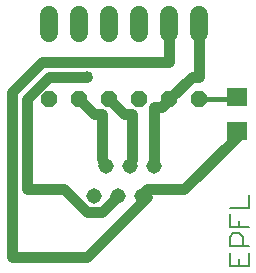
<source format=gtl>
G75*
G70*
%OFA0B0*%
%FSLAX24Y24*%
%IPPOS*%
%LPD*%
%AMOC8*
5,1,8,0,0,1.08239X$1,22.5*
%
%ADD10C,0.0060*%
%ADD11OC8,0.0520*%
%ADD12R,0.0710X0.0630*%
%ADD13C,0.0594*%
%ADD14C,0.0515*%
%ADD15C,0.0360*%
%ADD16C,0.0400*%
%ADD17C,0.0180*%
D10*
X008717Y001073D02*
X009358Y001073D01*
X009358Y001500D01*
X009358Y001717D02*
X008717Y001717D01*
X008717Y002038D01*
X008824Y002144D01*
X009037Y002144D01*
X009144Y002038D01*
X009144Y001717D01*
X009037Y001286D02*
X009037Y001073D01*
X008717Y001073D02*
X008717Y001500D01*
X008717Y002362D02*
X008717Y002789D01*
X008717Y003006D02*
X009358Y003006D01*
X009358Y003433D01*
X009037Y002575D02*
X009037Y002362D01*
X008717Y002362D02*
X009358Y002362D01*
D11*
X007688Y006621D03*
X006688Y006621D03*
X005688Y006621D03*
X004688Y006621D03*
X003688Y006621D03*
X002688Y006621D03*
D12*
X008938Y006681D03*
X008938Y005561D03*
D13*
X007688Y008824D02*
X007688Y009418D01*
X006688Y009418D02*
X006688Y008824D01*
X005688Y008824D02*
X005688Y009418D01*
X004688Y009418D02*
X004688Y008824D01*
X003688Y008824D02*
X003688Y009418D01*
X002688Y009418D02*
X002688Y008824D01*
D14*
X004581Y004401D03*
X005384Y004401D03*
X006188Y004401D03*
X005794Y003401D03*
X004991Y003401D03*
X004188Y003401D03*
D15*
X003938Y001371D02*
X001438Y001371D01*
X001438Y006871D01*
X002438Y007871D01*
X006688Y007871D01*
X006688Y009121D01*
X007688Y009121D02*
X007688Y007371D01*
X007438Y007371D01*
X006688Y006621D01*
X006438Y006371D01*
X006188Y006371D01*
X006188Y004401D01*
X005438Y004621D02*
X005384Y004401D01*
X005438Y004621D02*
X005438Y006121D01*
X005188Y006121D01*
X004688Y006621D01*
X004438Y006121D02*
X004188Y006121D01*
X003688Y006621D01*
X004438Y006121D02*
X004438Y004621D01*
X004581Y004401D01*
X004991Y003401D02*
X004938Y003371D01*
X004438Y002871D01*
X003938Y002871D01*
X003188Y003621D01*
X001938Y003621D01*
X001938Y006621D01*
X002688Y007371D01*
X003938Y007371D01*
X005938Y003621D02*
X005794Y003401D01*
X005938Y003371D01*
X003938Y001371D01*
X005938Y003621D02*
X007188Y003621D01*
X008938Y005371D01*
X008938Y005561D01*
D16*
X003938Y007371D03*
D17*
X007688Y006621D02*
X008938Y006621D01*
X008938Y006681D01*
M02*

</source>
